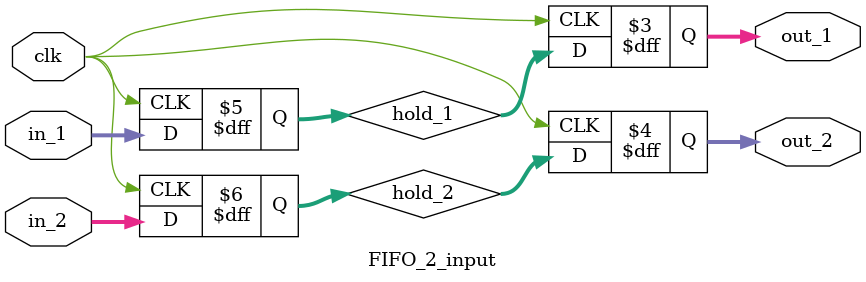
<source format=v>
module FIFO_2_input ( // FIFO with latency of 2 and two 64 bit inputs
	input wire clk,
	input wire [63:0] in_1,
	input wire [63:0] in_2,
	output reg [63:0] out_1,
	output reg [63:0] out_2
);

reg [63:0] hold_1;
reg [63:0] hold_2;

initial begin
	hold_1 = 64'h0000000000000000;
	out_1  = 64'h0000000000000000;
	hold_2 = 64'h0000000000000000;
	out_2  = 64'h0000000000000000;
end

always @(posedge(clk)) begin
	hold_1 <= in_1;
	out_1  <= hold_1;
	hold_2 <= in_2;
	out_2  <= hold_2;
end

endmodule

</source>
